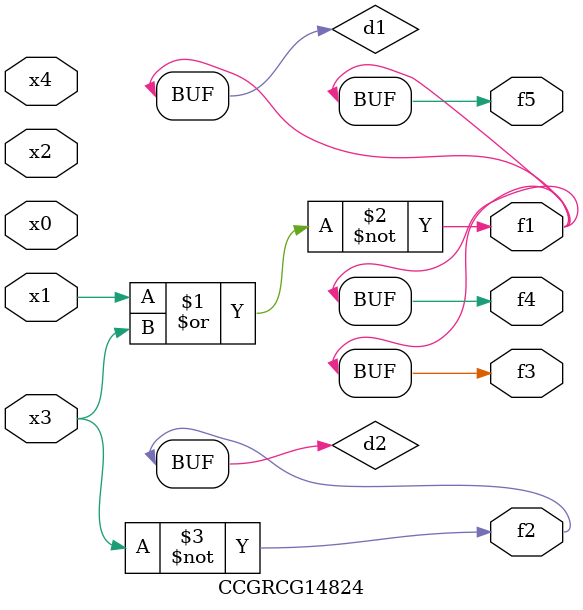
<source format=v>
module CCGRCG14824(
	input x0, x1, x2, x3, x4,
	output f1, f2, f3, f4, f5
);

	wire d1, d2;

	nor (d1, x1, x3);
	not (d2, x3);
	assign f1 = d1;
	assign f2 = d2;
	assign f3 = d1;
	assign f4 = d1;
	assign f5 = d1;
endmodule

</source>
